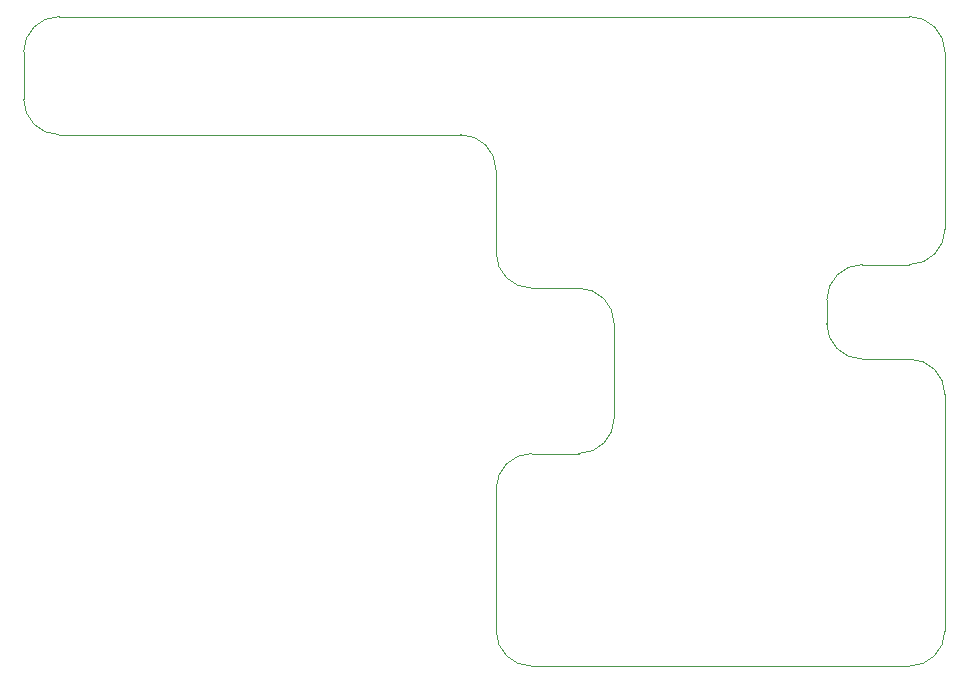
<source format=gbr>
%TF.GenerationSoftware,KiCad,Pcbnew,7.0.10*%
%TF.CreationDate,2024-04-05T15:08:29+02:00*%
%TF.ProjectId,serial-boomerang-shield,73657269-616c-42d6-926f-6f6d6572616e,v0.1*%
%TF.SameCoordinates,Original*%
%TF.FileFunction,Profile,NP*%
%FSLAX46Y46*%
G04 Gerber Fmt 4.6, Leading zero omitted, Abs format (unit mm)*
G04 Created by KiCad (PCBNEW 7.0.10) date 2024-04-05 15:08:29*
%MOMM*%
%LPD*%
G01*
G04 APERTURE LIST*
%TA.AperFunction,Profile*%
%ADD10C,0.100000*%
%TD*%
G04 APERTURE END LIST*
D10*
X53000001Y-9999999D02*
X18999999Y-10000001D01*
X63000000Y-37000000D02*
X59000000Y-37000000D01*
X94000001Y-31999999D02*
X94000001Y-52000001D01*
X56000001Y-12999999D02*
G75*
G03*
X53000001Y-9999999I-3000001J-1D01*
G01*
X15999999Y-7000001D02*
G75*
G03*
X18999999Y-10000001I3000001J1D01*
G01*
X94000001Y-2999999D02*
G75*
G03*
X91000001Y1I-3000001J-1D01*
G01*
X63000000Y-37000000D02*
G75*
G03*
X66000000Y-34000000I0J3000000D01*
G01*
X87000000Y-21000000D02*
G75*
G03*
X84000000Y-24000000I0J-3000000D01*
G01*
X83999999Y-26000001D02*
G75*
G03*
X86999999Y-29000001I3000001J1D01*
G01*
X55999999Y-20000001D02*
G75*
G03*
X58999999Y-23000001I3000001J1D01*
G01*
X55999999Y-52000001D02*
G75*
G03*
X58999999Y-55000001I3000001J1D01*
G01*
X91000001Y-55000001D02*
G75*
G03*
X94000001Y-52000001I-1J3000001D01*
G01*
X56000000Y-20000000D02*
X56000001Y-12999999D01*
X15999999Y-7000001D02*
X16000000Y-3000000D01*
X19000000Y0D02*
G75*
G03*
X16000000Y-3000000I0J-3000000D01*
G01*
X94000001Y-18000001D02*
X94000001Y-2999999D01*
X91000001Y1D02*
X19000000Y0D01*
X91000001Y-28999999D02*
X86999999Y-29000001D01*
X59000000Y-37000000D02*
G75*
G03*
X56000000Y-40000000I0J-3000000D01*
G01*
X63000001Y-22999999D02*
X58999999Y-23000001D01*
X94000001Y-31999999D02*
G75*
G03*
X91000001Y-28999999I-3000001J-1D01*
G01*
X91000001Y-21000001D02*
G75*
G03*
X94000001Y-18000001I-1J3000001D01*
G01*
X66000001Y-25999999D02*
G75*
G03*
X63000001Y-22999999I-3000001J-1D01*
G01*
X91000002Y-55000000D02*
X59000000Y-55000000D01*
X55999999Y-52000001D02*
X56000000Y-40000000D01*
X83999999Y-26000001D02*
X84000000Y-24000000D01*
X87000000Y-21000000D02*
X91000001Y-21000001D01*
X66000001Y-25999999D02*
X66000000Y-34000000D01*
M02*

</source>
